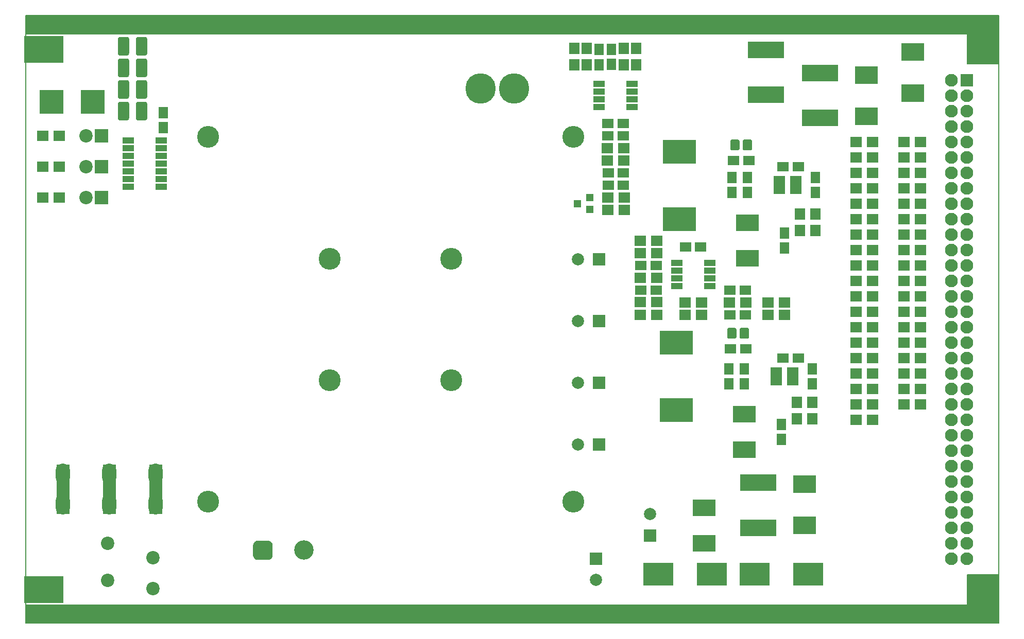
<source format=gts>
G04 #@! TF.GenerationSoftware,KiCad,Pcbnew,(5.1.5)-3*
G04 #@! TF.CreationDate,2020-04-19T00:38:59+08:00*
G04 #@! TF.ProjectId,HEMAC_POWER,48454d41-435f-4504-9f57-45522e6b6963,rev?*
G04 #@! TF.SameCoordinates,Original*
G04 #@! TF.FileFunction,Soldermask,Top*
G04 #@! TF.FilePolarity,Negative*
%FSLAX46Y46*%
G04 Gerber Fmt 4.6, Leading zero omitted, Abs format (unit mm)*
G04 Created by KiCad (PCBNEW (5.1.5)-3) date 2020-04-19 00:38:59*
%MOMM*%
%LPD*%
G04 APERTURE LIST*
%ADD10C,0.150000*%
%ADD11C,0.200000*%
%ADD12C,0.100000*%
%ADD13R,3.800000X2.800000*%
%ADD14R,2.000000X2.000000*%
%ADD15C,2.000000*%
%ADD16C,3.200000*%
%ADD17C,2.100000*%
%ADD18R,2.100000X2.100000*%
%ADD19R,1.650000X1.900000*%
%ADD20R,1.900000X1.650000*%
%ADD21R,3.700000X2.900000*%
%ADD22C,2.200000*%
%ADD23R,2.200000X2.200000*%
%ADD24R,4.900000X3.700000*%
%ADD25R,6.000000X2.700000*%
%ADD26C,5.000000*%
%ADD27C,3.600000*%
%ADD28R,1.900000X1.700000*%
%ADD29R,1.700000X1.900000*%
%ADD30R,1.900000X1.000000*%
%ADD31R,1.960000X1.050000*%
%ADD32R,1.950000X1.000000*%
%ADD33R,5.400000X3.900000*%
%ADD34R,3.900000X3.900000*%
%ADD35R,6.400000X4.400000*%
%ADD36R,1.300000X1.200000*%
%ADD37O,2.400000X3.400000*%
G04 APERTURE END LIST*
D10*
G36*
X225000000Y-150000000D02*
G01*
X65000000Y-150000000D01*
X65000000Y-147000000D01*
X225000000Y-147000000D01*
X225000000Y-150000000D01*
G37*
X225000000Y-150000000D02*
X65000000Y-150000000D01*
X65000000Y-147000000D01*
X225000000Y-147000000D01*
X225000000Y-150000000D01*
G36*
X225000000Y-53000000D02*
G01*
X65000000Y-53000000D01*
X65000000Y-50000000D01*
X225000000Y-50000000D01*
X225000000Y-53000000D01*
G37*
X225000000Y-53000000D02*
X65000000Y-53000000D01*
X65000000Y-50000000D01*
X225000000Y-50000000D01*
X225000000Y-53000000D01*
D11*
X225000000Y-148000000D02*
G75*
G02X223000000Y-150000000I-2000000J0D01*
G01*
X67000000Y-150000000D02*
G75*
G02X65000000Y-148000000I0J2000000D01*
G01*
X65000000Y-52000000D02*
G75*
G02X67000000Y-50000000I2000000J0D01*
G01*
X223000000Y-50000000D02*
G75*
G02X225000000Y-52000000I0J-2000000D01*
G01*
X65000000Y-148000000D02*
X65000000Y-52000000D01*
X223000000Y-150000000D02*
X67000000Y-150000000D01*
X225000000Y-52000000D02*
X225000000Y-148000000D01*
X67000000Y-50000000D02*
X223000000Y-50000000D01*
D10*
G36*
X219800000Y-57930000D02*
G01*
X224950000Y-57930000D01*
X224950000Y-53030000D01*
X219800000Y-53030000D01*
X219800000Y-57930000D01*
G37*
X219800000Y-57930000D02*
X224950000Y-57930000D01*
X224950000Y-53030000D01*
X219800000Y-53030000D01*
X219800000Y-57930000D01*
G36*
X219800000Y-146930000D02*
G01*
X224950000Y-146930000D01*
X224950000Y-142030000D01*
X219800000Y-142030000D01*
X219800000Y-146930000D01*
G37*
X219800000Y-146930000D02*
X224950000Y-146930000D01*
X224950000Y-142030000D01*
X219800000Y-142030000D01*
X219800000Y-146930000D01*
D12*
G36*
X79730000Y-123940000D02*
G01*
X79730000Y-131940000D01*
X77730000Y-131940000D01*
X77730000Y-123940000D01*
X79730000Y-123940000D01*
G37*
X79730000Y-123940000D02*
X79730000Y-131940000D01*
X77730000Y-131940000D01*
X77730000Y-123940000D01*
X79730000Y-123940000D01*
G36*
X87350000Y-123940000D02*
G01*
X87350000Y-131940000D01*
X85350000Y-131940000D01*
X85350000Y-123940000D01*
X87350000Y-123940000D01*
G37*
X87350000Y-123940000D02*
X87350000Y-131940000D01*
X85350000Y-131940000D01*
X85350000Y-123940000D01*
X87350000Y-123940000D01*
G36*
X70110000Y-131940000D02*
G01*
X70110000Y-123940000D01*
X72110000Y-123940000D01*
X72110000Y-131940000D01*
X70110000Y-131940000D01*
G37*
X70110000Y-131940000D02*
X70110000Y-123940000D01*
X72110000Y-123940000D01*
X72110000Y-131940000D01*
X70110000Y-131940000D01*
D13*
X176520000Y-130980000D03*
X176520000Y-136830000D03*
D14*
X158740000Y-139370000D03*
D15*
X158740000Y-142870000D03*
D16*
X222240000Y-144450000D03*
X222240000Y-55550000D03*
D17*
X217160000Y-139370000D03*
X219700000Y-139370000D03*
X217160000Y-136830000D03*
X219700000Y-136830000D03*
X217160000Y-134290000D03*
X219700000Y-134290000D03*
X217160000Y-131750000D03*
X219700000Y-131750000D03*
X217160000Y-129210000D03*
X219700000Y-129210000D03*
X217160000Y-126670000D03*
X219700000Y-126670000D03*
X217160000Y-124130000D03*
X219700000Y-124130000D03*
X217160000Y-121590000D03*
X219700000Y-121590000D03*
X217160000Y-119050000D03*
X219700000Y-119050000D03*
X217160000Y-116510000D03*
X219700000Y-116510000D03*
X217160000Y-113970000D03*
X219700000Y-113970000D03*
X217160000Y-111430000D03*
X219700000Y-111430000D03*
X217160000Y-108890000D03*
X219700000Y-108890000D03*
X217160000Y-106350000D03*
X219700000Y-106350000D03*
X217160000Y-103810000D03*
X219700000Y-103810000D03*
X217160000Y-101270000D03*
X219700000Y-101270000D03*
X217160000Y-98730000D03*
X219700000Y-98730000D03*
X217160000Y-96190000D03*
X219700000Y-96190000D03*
X217160000Y-93650000D03*
X219700000Y-93650000D03*
X217160000Y-91110000D03*
X219700000Y-91110000D03*
X217160000Y-88570000D03*
X219700000Y-88570000D03*
X217160000Y-86030000D03*
X219700000Y-86030000D03*
X217160000Y-83490000D03*
X219700000Y-83490000D03*
X217160000Y-80950000D03*
X219700000Y-80950000D03*
X217160000Y-78410000D03*
X219700000Y-78410000D03*
X217160000Y-75870000D03*
X219700000Y-75870000D03*
X217160000Y-73330000D03*
X219700000Y-73330000D03*
X217160000Y-70790000D03*
X219700000Y-70790000D03*
X217160000Y-68250000D03*
X219700000Y-68250000D03*
X217160000Y-65710000D03*
X219700000Y-65710000D03*
X217160000Y-63170000D03*
X219700000Y-63170000D03*
X217160000Y-60630000D03*
D18*
X219700000Y-60630000D03*
D19*
X87620000Y-65984000D03*
X87620000Y-68484000D03*
D20*
X183358000Y-104826000D03*
X180858000Y-104826000D03*
X183866000Y-73838000D03*
X181366000Y-73838000D03*
D19*
X194300000Y-110648000D03*
X194300000Y-108148000D03*
X194808000Y-76652000D03*
X194808000Y-79152000D03*
D20*
X192014000Y-106350000D03*
X189514000Y-106350000D03*
X189494000Y-74854000D03*
X191994000Y-74854000D03*
D19*
X180584000Y-108148000D03*
X180584000Y-110648000D03*
X183632000Y-76652000D03*
X183632000Y-79152000D03*
X183124000Y-110648000D03*
X183124000Y-108148000D03*
X181092000Y-79152000D03*
X181092000Y-76652000D03*
X189220000Y-119792000D03*
X189220000Y-117292000D03*
X189728000Y-85796000D03*
X189728000Y-88296000D03*
D20*
X163212000Y-69774000D03*
X160712000Y-69774000D03*
X160712000Y-67742000D03*
X163212000Y-67742000D03*
X168626000Y-91120000D03*
X166126000Y-91120000D03*
X183292000Y-95174000D03*
X180792000Y-95174000D03*
D19*
X159248000Y-58090000D03*
X159248000Y-55590000D03*
D20*
X173472000Y-88062000D03*
X175972000Y-88062000D03*
X168626000Y-95164000D03*
X166126000Y-95164000D03*
X183292000Y-99238000D03*
X180792000Y-99238000D03*
D19*
X161280000Y-55550000D03*
X161280000Y-58050000D03*
D20*
X163272000Y-75870000D03*
X160772000Y-75870000D03*
X163272000Y-77902000D03*
X160772000Y-77902000D03*
D21*
X193030000Y-127080000D03*
X193030000Y-133880000D03*
X210810000Y-62760000D03*
X210810000Y-55960000D03*
X203190000Y-59770000D03*
X203190000Y-66570000D03*
D22*
X74920000Y-69774000D03*
D23*
X77460000Y-69774000D03*
D22*
X74920000Y-74854000D03*
D23*
X77460000Y-74854000D03*
X77460000Y-79934000D03*
D22*
X74920000Y-79934000D03*
D24*
X184820000Y-141910000D03*
X193620000Y-141910000D03*
X168990000Y-141910000D03*
X177790000Y-141910000D03*
D25*
X186680000Y-63060000D03*
X186680000Y-55660000D03*
X195570000Y-59470000D03*
X195570000Y-66870000D03*
X185410000Y-134290000D03*
X185410000Y-126890000D03*
D12*
G36*
X104878414Y-136403852D02*
G01*
X104956072Y-136415372D01*
X105032228Y-136434448D01*
X105106147Y-136460896D01*
X105177117Y-136494463D01*
X105244456Y-136534824D01*
X105307515Y-136581592D01*
X105365685Y-136634315D01*
X105418408Y-136692485D01*
X105465176Y-136755544D01*
X105505537Y-136822883D01*
X105539104Y-136893853D01*
X105565552Y-136967772D01*
X105584628Y-137043928D01*
X105596148Y-137121586D01*
X105600000Y-137200000D01*
X105600000Y-138800000D01*
X105596148Y-138878414D01*
X105584628Y-138956072D01*
X105565552Y-139032228D01*
X105539104Y-139106147D01*
X105505537Y-139177117D01*
X105465176Y-139244456D01*
X105418408Y-139307515D01*
X105365685Y-139365685D01*
X105307515Y-139418408D01*
X105244456Y-139465176D01*
X105177117Y-139505537D01*
X105106147Y-139539104D01*
X105032228Y-139565552D01*
X104956072Y-139584628D01*
X104878414Y-139596148D01*
X104800000Y-139600000D01*
X103200000Y-139600000D01*
X103121586Y-139596148D01*
X103043928Y-139584628D01*
X102967772Y-139565552D01*
X102893853Y-139539104D01*
X102822883Y-139505537D01*
X102755544Y-139465176D01*
X102692485Y-139418408D01*
X102634315Y-139365685D01*
X102581592Y-139307515D01*
X102534824Y-139244456D01*
X102494463Y-139177117D01*
X102460896Y-139106147D01*
X102434448Y-139032228D01*
X102415372Y-138956072D01*
X102403852Y-138878414D01*
X102400000Y-138800000D01*
X102400000Y-137200000D01*
X102403852Y-137121586D01*
X102415372Y-137043928D01*
X102434448Y-136967772D01*
X102460896Y-136893853D01*
X102494463Y-136822883D01*
X102534824Y-136755544D01*
X102581592Y-136692485D01*
X102634315Y-136634315D01*
X102692485Y-136581592D01*
X102755544Y-136534824D01*
X102822883Y-136494463D01*
X102893853Y-136460896D01*
X102967772Y-136434448D01*
X103043928Y-136415372D01*
X103121586Y-136403852D01*
X103200000Y-136400000D01*
X104800000Y-136400000D01*
X104878414Y-136403852D01*
G37*
D16*
X110750000Y-138000000D03*
D26*
X139750000Y-62000000D03*
X145250000Y-62000000D03*
D27*
X95000000Y-130000000D03*
X95000000Y-70000000D03*
X155000000Y-130000000D03*
X155000000Y-70000000D03*
X115000000Y-110000000D03*
X135000000Y-110000000D03*
X135000000Y-90000000D03*
X115000000Y-90000000D03*
D28*
X204216000Y-70790000D03*
X201516000Y-70790000D03*
X209380000Y-70790000D03*
X212080000Y-70790000D03*
X201516000Y-73330000D03*
X204216000Y-73330000D03*
X209380000Y-73330000D03*
X212080000Y-73330000D03*
X204216000Y-75870000D03*
X201516000Y-75870000D03*
X212080000Y-75870000D03*
X209380000Y-75870000D03*
X204216000Y-78410000D03*
X201516000Y-78410000D03*
X212080000Y-78410000D03*
X209380000Y-78410000D03*
X204216000Y-80950000D03*
X201516000Y-80950000D03*
X209380000Y-80950000D03*
X212080000Y-80950000D03*
X201516000Y-83490000D03*
X204216000Y-83490000D03*
X212080000Y-83490000D03*
X209380000Y-83490000D03*
X201516000Y-86030000D03*
X204216000Y-86030000D03*
X209380000Y-86030000D03*
X212080000Y-86030000D03*
X201516000Y-88570000D03*
X204216000Y-88570000D03*
X212080000Y-88570000D03*
X209380000Y-88570000D03*
X201516000Y-91110000D03*
X204216000Y-91110000D03*
X212080000Y-91110000D03*
X209380000Y-91110000D03*
X204216000Y-93650000D03*
X201516000Y-93650000D03*
X212080000Y-93650000D03*
X209380000Y-93650000D03*
X204216000Y-96190000D03*
X201516000Y-96190000D03*
X209380000Y-96190000D03*
X212080000Y-96190000D03*
X204216000Y-98730000D03*
X201516000Y-98730000D03*
X209380000Y-98730000D03*
X212080000Y-98730000D03*
X204216000Y-101270000D03*
X201516000Y-101270000D03*
X212080000Y-101270000D03*
X209380000Y-101270000D03*
X201516000Y-103810000D03*
X204216000Y-103810000D03*
X209380000Y-103810000D03*
X212080000Y-103810000D03*
X204216000Y-106350000D03*
X201516000Y-106350000D03*
X209380000Y-106350000D03*
X212080000Y-106350000D03*
X204216000Y-108890000D03*
X201516000Y-108890000D03*
X212080000Y-108890000D03*
X209380000Y-108890000D03*
X201516000Y-111430000D03*
X204216000Y-111430000D03*
X212080000Y-111430000D03*
X209380000Y-111430000D03*
X201516000Y-113970000D03*
X204216000Y-113970000D03*
X212080000Y-113970000D03*
X209380000Y-113970000D03*
X201516000Y-116510000D03*
X204216000Y-116510000D03*
D29*
X194300000Y-116336000D03*
X194300000Y-113636000D03*
X191760000Y-116336000D03*
X191760000Y-113636000D03*
X194808000Y-85348000D03*
X194808000Y-82648000D03*
X192268000Y-85348000D03*
X192268000Y-82648000D03*
D28*
X160612000Y-73838000D03*
X163312000Y-73838000D03*
X70508000Y-69774000D03*
X67808000Y-69774000D03*
X67808000Y-74854000D03*
X70508000Y-74854000D03*
X70508000Y-79934000D03*
X67808000Y-79934000D03*
X163312000Y-71806000D03*
X160612000Y-71806000D03*
X166026000Y-87046000D03*
X168726000Y-87046000D03*
X166026000Y-89098000D03*
X168726000Y-89098000D03*
X187056000Y-97206000D03*
X189756000Y-97206000D03*
X189756000Y-99238000D03*
X187056000Y-99238000D03*
D29*
X155184000Y-58150000D03*
X155184000Y-55450000D03*
X157216000Y-58150000D03*
X157216000Y-55450000D03*
D28*
X166026000Y-93142000D03*
X168726000Y-93142000D03*
X180692000Y-97206000D03*
X183392000Y-97206000D03*
D29*
X165344000Y-58150000D03*
X165344000Y-55450000D03*
X163312000Y-58150000D03*
X163312000Y-55450000D03*
D28*
X166026000Y-97186000D03*
X168726000Y-97186000D03*
X166026000Y-99238000D03*
X168726000Y-99238000D03*
X173372000Y-99238000D03*
X176072000Y-99238000D03*
X173372000Y-97206000D03*
X176072000Y-97206000D03*
X160672000Y-79934000D03*
X163372000Y-79934000D03*
X160672000Y-81966000D03*
X163372000Y-81966000D03*
D22*
X85976000Y-144326000D03*
X78476000Y-142926000D03*
D30*
X87272000Y-70536000D03*
X87272000Y-71806000D03*
X87272000Y-73076000D03*
X87272000Y-74346000D03*
X87272000Y-75616000D03*
X87272000Y-76886000D03*
X87272000Y-78156000D03*
X81872000Y-78156000D03*
X81872000Y-76886000D03*
X81872000Y-75616000D03*
X81872000Y-74346000D03*
X81872000Y-73076000D03*
X81872000Y-71806000D03*
X81872000Y-70536000D03*
D31*
X188378000Y-108448000D03*
X188378000Y-109398000D03*
X188378000Y-110348000D03*
X191078000Y-110348000D03*
X191078000Y-108448000D03*
X191078000Y-109398000D03*
X191586000Y-77902000D03*
X191586000Y-76952000D03*
X191586000Y-78852000D03*
X188886000Y-78852000D03*
X188886000Y-77902000D03*
X188886000Y-76952000D03*
D32*
X172022000Y-90729000D03*
X172022000Y-91999000D03*
X172022000Y-93269000D03*
X172022000Y-94539000D03*
X177422000Y-94539000D03*
X177422000Y-93269000D03*
X177422000Y-91999000D03*
X177422000Y-90729000D03*
X159262000Y-65075000D03*
X159262000Y-63805000D03*
X159262000Y-62535000D03*
X159262000Y-61265000D03*
X164662000Y-61265000D03*
X164662000Y-62535000D03*
X164662000Y-63805000D03*
X164662000Y-65075000D03*
D33*
X171948000Y-114948000D03*
X171948000Y-103848000D03*
X172456000Y-72390000D03*
X172456000Y-83490000D03*
D13*
X183124000Y-121467000D03*
X183124000Y-115617000D03*
X183632000Y-84121000D03*
X183632000Y-89971000D03*
D34*
X69244000Y-64186000D03*
X76044000Y-64186000D03*
D35*
X68000000Y-144450000D03*
X68000000Y-55550000D03*
D36*
X155724000Y-80950000D03*
X157724000Y-80000000D03*
X157724000Y-81900000D03*
D12*
G36*
X81712707Y-57074542D02*
G01*
X81743787Y-57079152D01*
X81774266Y-57086787D01*
X81803850Y-57097372D01*
X81832254Y-57110806D01*
X81859204Y-57126959D01*
X81884442Y-57145677D01*
X81907723Y-57166777D01*
X81928823Y-57190058D01*
X81947541Y-57215296D01*
X81963694Y-57242246D01*
X81977128Y-57270650D01*
X81987713Y-57300234D01*
X81995348Y-57330713D01*
X81999958Y-57361793D01*
X82001500Y-57393176D01*
X82001500Y-59802824D01*
X81999958Y-59834207D01*
X81995348Y-59865287D01*
X81987713Y-59895766D01*
X81977128Y-59925350D01*
X81963694Y-59953754D01*
X81947541Y-59980704D01*
X81928823Y-60005942D01*
X81907723Y-60029223D01*
X81884442Y-60050323D01*
X81859204Y-60069041D01*
X81832254Y-60085194D01*
X81803850Y-60098628D01*
X81774266Y-60109213D01*
X81743787Y-60116848D01*
X81712707Y-60121458D01*
X81681324Y-60123000D01*
X80496676Y-60123000D01*
X80465293Y-60121458D01*
X80434213Y-60116848D01*
X80403734Y-60109213D01*
X80374150Y-60098628D01*
X80345746Y-60085194D01*
X80318796Y-60069041D01*
X80293558Y-60050323D01*
X80270277Y-60029223D01*
X80249177Y-60005942D01*
X80230459Y-59980704D01*
X80214306Y-59953754D01*
X80200872Y-59925350D01*
X80190287Y-59895766D01*
X80182652Y-59865287D01*
X80178042Y-59834207D01*
X80176500Y-59802824D01*
X80176500Y-57393176D01*
X80178042Y-57361793D01*
X80182652Y-57330713D01*
X80190287Y-57300234D01*
X80200872Y-57270650D01*
X80214306Y-57242246D01*
X80230459Y-57215296D01*
X80249177Y-57190058D01*
X80270277Y-57166777D01*
X80293558Y-57145677D01*
X80318796Y-57126959D01*
X80345746Y-57110806D01*
X80374150Y-57097372D01*
X80403734Y-57086787D01*
X80434213Y-57079152D01*
X80465293Y-57074542D01*
X80496676Y-57073000D01*
X81681324Y-57073000D01*
X81712707Y-57074542D01*
G37*
G36*
X84687707Y-57074542D02*
G01*
X84718787Y-57079152D01*
X84749266Y-57086787D01*
X84778850Y-57097372D01*
X84807254Y-57110806D01*
X84834204Y-57126959D01*
X84859442Y-57145677D01*
X84882723Y-57166777D01*
X84903823Y-57190058D01*
X84922541Y-57215296D01*
X84938694Y-57242246D01*
X84952128Y-57270650D01*
X84962713Y-57300234D01*
X84970348Y-57330713D01*
X84974958Y-57361793D01*
X84976500Y-57393176D01*
X84976500Y-59802824D01*
X84974958Y-59834207D01*
X84970348Y-59865287D01*
X84962713Y-59895766D01*
X84952128Y-59925350D01*
X84938694Y-59953754D01*
X84922541Y-59980704D01*
X84903823Y-60005942D01*
X84882723Y-60029223D01*
X84859442Y-60050323D01*
X84834204Y-60069041D01*
X84807254Y-60085194D01*
X84778850Y-60098628D01*
X84749266Y-60109213D01*
X84718787Y-60116848D01*
X84687707Y-60121458D01*
X84656324Y-60123000D01*
X83471676Y-60123000D01*
X83440293Y-60121458D01*
X83409213Y-60116848D01*
X83378734Y-60109213D01*
X83349150Y-60098628D01*
X83320746Y-60085194D01*
X83293796Y-60069041D01*
X83268558Y-60050323D01*
X83245277Y-60029223D01*
X83224177Y-60005942D01*
X83205459Y-59980704D01*
X83189306Y-59953754D01*
X83175872Y-59925350D01*
X83165287Y-59895766D01*
X83157652Y-59865287D01*
X83153042Y-59834207D01*
X83151500Y-59802824D01*
X83151500Y-57393176D01*
X83153042Y-57361793D01*
X83157652Y-57330713D01*
X83165287Y-57300234D01*
X83175872Y-57270650D01*
X83189306Y-57242246D01*
X83205459Y-57215296D01*
X83224177Y-57190058D01*
X83245277Y-57166777D01*
X83268558Y-57145677D01*
X83293796Y-57126959D01*
X83320746Y-57110806D01*
X83349150Y-57097372D01*
X83378734Y-57086787D01*
X83409213Y-57079152D01*
X83440293Y-57074542D01*
X83471676Y-57073000D01*
X84656324Y-57073000D01*
X84687707Y-57074542D01*
G37*
G36*
X81712707Y-60630542D02*
G01*
X81743787Y-60635152D01*
X81774266Y-60642787D01*
X81803850Y-60653372D01*
X81832254Y-60666806D01*
X81859204Y-60682959D01*
X81884442Y-60701677D01*
X81907723Y-60722777D01*
X81928823Y-60746058D01*
X81947541Y-60771296D01*
X81963694Y-60798246D01*
X81977128Y-60826650D01*
X81987713Y-60856234D01*
X81995348Y-60886713D01*
X81999958Y-60917793D01*
X82001500Y-60949176D01*
X82001500Y-63358824D01*
X81999958Y-63390207D01*
X81995348Y-63421287D01*
X81987713Y-63451766D01*
X81977128Y-63481350D01*
X81963694Y-63509754D01*
X81947541Y-63536704D01*
X81928823Y-63561942D01*
X81907723Y-63585223D01*
X81884442Y-63606323D01*
X81859204Y-63625041D01*
X81832254Y-63641194D01*
X81803850Y-63654628D01*
X81774266Y-63665213D01*
X81743787Y-63672848D01*
X81712707Y-63677458D01*
X81681324Y-63679000D01*
X80496676Y-63679000D01*
X80465293Y-63677458D01*
X80434213Y-63672848D01*
X80403734Y-63665213D01*
X80374150Y-63654628D01*
X80345746Y-63641194D01*
X80318796Y-63625041D01*
X80293558Y-63606323D01*
X80270277Y-63585223D01*
X80249177Y-63561942D01*
X80230459Y-63536704D01*
X80214306Y-63509754D01*
X80200872Y-63481350D01*
X80190287Y-63451766D01*
X80182652Y-63421287D01*
X80178042Y-63390207D01*
X80176500Y-63358824D01*
X80176500Y-60949176D01*
X80178042Y-60917793D01*
X80182652Y-60886713D01*
X80190287Y-60856234D01*
X80200872Y-60826650D01*
X80214306Y-60798246D01*
X80230459Y-60771296D01*
X80249177Y-60746058D01*
X80270277Y-60722777D01*
X80293558Y-60701677D01*
X80318796Y-60682959D01*
X80345746Y-60666806D01*
X80374150Y-60653372D01*
X80403734Y-60642787D01*
X80434213Y-60635152D01*
X80465293Y-60630542D01*
X80496676Y-60629000D01*
X81681324Y-60629000D01*
X81712707Y-60630542D01*
G37*
G36*
X84687707Y-60630542D02*
G01*
X84718787Y-60635152D01*
X84749266Y-60642787D01*
X84778850Y-60653372D01*
X84807254Y-60666806D01*
X84834204Y-60682959D01*
X84859442Y-60701677D01*
X84882723Y-60722777D01*
X84903823Y-60746058D01*
X84922541Y-60771296D01*
X84938694Y-60798246D01*
X84952128Y-60826650D01*
X84962713Y-60856234D01*
X84970348Y-60886713D01*
X84974958Y-60917793D01*
X84976500Y-60949176D01*
X84976500Y-63358824D01*
X84974958Y-63390207D01*
X84970348Y-63421287D01*
X84962713Y-63451766D01*
X84952128Y-63481350D01*
X84938694Y-63509754D01*
X84922541Y-63536704D01*
X84903823Y-63561942D01*
X84882723Y-63585223D01*
X84859442Y-63606323D01*
X84834204Y-63625041D01*
X84807254Y-63641194D01*
X84778850Y-63654628D01*
X84749266Y-63665213D01*
X84718787Y-63672848D01*
X84687707Y-63677458D01*
X84656324Y-63679000D01*
X83471676Y-63679000D01*
X83440293Y-63677458D01*
X83409213Y-63672848D01*
X83378734Y-63665213D01*
X83349150Y-63654628D01*
X83320746Y-63641194D01*
X83293796Y-63625041D01*
X83268558Y-63606323D01*
X83245277Y-63585223D01*
X83224177Y-63561942D01*
X83205459Y-63536704D01*
X83189306Y-63509754D01*
X83175872Y-63481350D01*
X83165287Y-63451766D01*
X83157652Y-63421287D01*
X83153042Y-63390207D01*
X83151500Y-63358824D01*
X83151500Y-60949176D01*
X83153042Y-60917793D01*
X83157652Y-60886713D01*
X83165287Y-60856234D01*
X83175872Y-60826650D01*
X83189306Y-60798246D01*
X83205459Y-60771296D01*
X83224177Y-60746058D01*
X83245277Y-60722777D01*
X83268558Y-60701677D01*
X83293796Y-60682959D01*
X83320746Y-60666806D01*
X83349150Y-60653372D01*
X83378734Y-60642787D01*
X83409213Y-60635152D01*
X83440293Y-60630542D01*
X83471676Y-60629000D01*
X84656324Y-60629000D01*
X84687707Y-60630542D01*
G37*
G36*
X84687707Y-64186542D02*
G01*
X84718787Y-64191152D01*
X84749266Y-64198787D01*
X84778850Y-64209372D01*
X84807254Y-64222806D01*
X84834204Y-64238959D01*
X84859442Y-64257677D01*
X84882723Y-64278777D01*
X84903823Y-64302058D01*
X84922541Y-64327296D01*
X84938694Y-64354246D01*
X84952128Y-64382650D01*
X84962713Y-64412234D01*
X84970348Y-64442713D01*
X84974958Y-64473793D01*
X84976500Y-64505176D01*
X84976500Y-66914824D01*
X84974958Y-66946207D01*
X84970348Y-66977287D01*
X84962713Y-67007766D01*
X84952128Y-67037350D01*
X84938694Y-67065754D01*
X84922541Y-67092704D01*
X84903823Y-67117942D01*
X84882723Y-67141223D01*
X84859442Y-67162323D01*
X84834204Y-67181041D01*
X84807254Y-67197194D01*
X84778850Y-67210628D01*
X84749266Y-67221213D01*
X84718787Y-67228848D01*
X84687707Y-67233458D01*
X84656324Y-67235000D01*
X83471676Y-67235000D01*
X83440293Y-67233458D01*
X83409213Y-67228848D01*
X83378734Y-67221213D01*
X83349150Y-67210628D01*
X83320746Y-67197194D01*
X83293796Y-67181041D01*
X83268558Y-67162323D01*
X83245277Y-67141223D01*
X83224177Y-67117942D01*
X83205459Y-67092704D01*
X83189306Y-67065754D01*
X83175872Y-67037350D01*
X83165287Y-67007766D01*
X83157652Y-66977287D01*
X83153042Y-66946207D01*
X83151500Y-66914824D01*
X83151500Y-64505176D01*
X83153042Y-64473793D01*
X83157652Y-64442713D01*
X83165287Y-64412234D01*
X83175872Y-64382650D01*
X83189306Y-64354246D01*
X83205459Y-64327296D01*
X83224177Y-64302058D01*
X83245277Y-64278777D01*
X83268558Y-64257677D01*
X83293796Y-64238959D01*
X83320746Y-64222806D01*
X83349150Y-64209372D01*
X83378734Y-64198787D01*
X83409213Y-64191152D01*
X83440293Y-64186542D01*
X83471676Y-64185000D01*
X84656324Y-64185000D01*
X84687707Y-64186542D01*
G37*
G36*
X81712707Y-64186542D02*
G01*
X81743787Y-64191152D01*
X81774266Y-64198787D01*
X81803850Y-64209372D01*
X81832254Y-64222806D01*
X81859204Y-64238959D01*
X81884442Y-64257677D01*
X81907723Y-64278777D01*
X81928823Y-64302058D01*
X81947541Y-64327296D01*
X81963694Y-64354246D01*
X81977128Y-64382650D01*
X81987713Y-64412234D01*
X81995348Y-64442713D01*
X81999958Y-64473793D01*
X82001500Y-64505176D01*
X82001500Y-66914824D01*
X81999958Y-66946207D01*
X81995348Y-66977287D01*
X81987713Y-67007766D01*
X81977128Y-67037350D01*
X81963694Y-67065754D01*
X81947541Y-67092704D01*
X81928823Y-67117942D01*
X81907723Y-67141223D01*
X81884442Y-67162323D01*
X81859204Y-67181041D01*
X81832254Y-67197194D01*
X81803850Y-67210628D01*
X81774266Y-67221213D01*
X81743787Y-67228848D01*
X81712707Y-67233458D01*
X81681324Y-67235000D01*
X80496676Y-67235000D01*
X80465293Y-67233458D01*
X80434213Y-67228848D01*
X80403734Y-67221213D01*
X80374150Y-67210628D01*
X80345746Y-67197194D01*
X80318796Y-67181041D01*
X80293558Y-67162323D01*
X80270277Y-67141223D01*
X80249177Y-67117942D01*
X80230459Y-67092704D01*
X80214306Y-67065754D01*
X80200872Y-67037350D01*
X80190287Y-67007766D01*
X80182652Y-66977287D01*
X80178042Y-66946207D01*
X80176500Y-66914824D01*
X80176500Y-64505176D01*
X80178042Y-64473793D01*
X80182652Y-64442713D01*
X80190287Y-64412234D01*
X80200872Y-64382650D01*
X80214306Y-64354246D01*
X80230459Y-64327296D01*
X80249177Y-64302058D01*
X80270277Y-64278777D01*
X80293558Y-64257677D01*
X80318796Y-64238959D01*
X80345746Y-64222806D01*
X80374150Y-64209372D01*
X80403734Y-64198787D01*
X80434213Y-64191152D01*
X80465293Y-64186542D01*
X80496676Y-64185000D01*
X81681324Y-64185000D01*
X81712707Y-64186542D01*
G37*
D37*
X78730000Y-130440000D03*
X78730000Y-125440000D03*
X86350000Y-125440000D03*
X86350000Y-130440000D03*
X71110000Y-125440000D03*
X71110000Y-130440000D03*
D12*
G36*
X81712707Y-53518542D02*
G01*
X81743787Y-53523152D01*
X81774266Y-53530787D01*
X81803850Y-53541372D01*
X81832254Y-53554806D01*
X81859204Y-53570959D01*
X81884442Y-53589677D01*
X81907723Y-53610777D01*
X81928823Y-53634058D01*
X81947541Y-53659296D01*
X81963694Y-53686246D01*
X81977128Y-53714650D01*
X81987713Y-53744234D01*
X81995348Y-53774713D01*
X81999958Y-53805793D01*
X82001500Y-53837176D01*
X82001500Y-56246824D01*
X81999958Y-56278207D01*
X81995348Y-56309287D01*
X81987713Y-56339766D01*
X81977128Y-56369350D01*
X81963694Y-56397754D01*
X81947541Y-56424704D01*
X81928823Y-56449942D01*
X81907723Y-56473223D01*
X81884442Y-56494323D01*
X81859204Y-56513041D01*
X81832254Y-56529194D01*
X81803850Y-56542628D01*
X81774266Y-56553213D01*
X81743787Y-56560848D01*
X81712707Y-56565458D01*
X81681324Y-56567000D01*
X80496676Y-56567000D01*
X80465293Y-56565458D01*
X80434213Y-56560848D01*
X80403734Y-56553213D01*
X80374150Y-56542628D01*
X80345746Y-56529194D01*
X80318796Y-56513041D01*
X80293558Y-56494323D01*
X80270277Y-56473223D01*
X80249177Y-56449942D01*
X80230459Y-56424704D01*
X80214306Y-56397754D01*
X80200872Y-56369350D01*
X80190287Y-56339766D01*
X80182652Y-56309287D01*
X80178042Y-56278207D01*
X80176500Y-56246824D01*
X80176500Y-53837176D01*
X80178042Y-53805793D01*
X80182652Y-53774713D01*
X80190287Y-53744234D01*
X80200872Y-53714650D01*
X80214306Y-53686246D01*
X80230459Y-53659296D01*
X80249177Y-53634058D01*
X80270277Y-53610777D01*
X80293558Y-53589677D01*
X80318796Y-53570959D01*
X80345746Y-53554806D01*
X80374150Y-53541372D01*
X80403734Y-53530787D01*
X80434213Y-53523152D01*
X80465293Y-53518542D01*
X80496676Y-53517000D01*
X81681324Y-53517000D01*
X81712707Y-53518542D01*
G37*
G36*
X84687707Y-53518542D02*
G01*
X84718787Y-53523152D01*
X84749266Y-53530787D01*
X84778850Y-53541372D01*
X84807254Y-53554806D01*
X84834204Y-53570959D01*
X84859442Y-53589677D01*
X84882723Y-53610777D01*
X84903823Y-53634058D01*
X84922541Y-53659296D01*
X84938694Y-53686246D01*
X84952128Y-53714650D01*
X84962713Y-53744234D01*
X84970348Y-53774713D01*
X84974958Y-53805793D01*
X84976500Y-53837176D01*
X84976500Y-56246824D01*
X84974958Y-56278207D01*
X84970348Y-56309287D01*
X84962713Y-56339766D01*
X84952128Y-56369350D01*
X84938694Y-56397754D01*
X84922541Y-56424704D01*
X84903823Y-56449942D01*
X84882723Y-56473223D01*
X84859442Y-56494323D01*
X84834204Y-56513041D01*
X84807254Y-56529194D01*
X84778850Y-56542628D01*
X84749266Y-56553213D01*
X84718787Y-56560848D01*
X84687707Y-56565458D01*
X84656324Y-56567000D01*
X83471676Y-56567000D01*
X83440293Y-56565458D01*
X83409213Y-56560848D01*
X83378734Y-56553213D01*
X83349150Y-56542628D01*
X83320746Y-56529194D01*
X83293796Y-56513041D01*
X83268558Y-56494323D01*
X83245277Y-56473223D01*
X83224177Y-56449942D01*
X83205459Y-56424704D01*
X83189306Y-56397754D01*
X83175872Y-56369350D01*
X83165287Y-56339766D01*
X83157652Y-56309287D01*
X83153042Y-56278207D01*
X83151500Y-56246824D01*
X83151500Y-53837176D01*
X83153042Y-53805793D01*
X83157652Y-53774713D01*
X83165287Y-53744234D01*
X83175872Y-53714650D01*
X83189306Y-53686246D01*
X83205459Y-53659296D01*
X83224177Y-53634058D01*
X83245277Y-53610777D01*
X83268558Y-53589677D01*
X83293796Y-53570959D01*
X83320746Y-53554806D01*
X83349150Y-53541372D01*
X83378734Y-53530787D01*
X83409213Y-53523152D01*
X83440293Y-53518542D01*
X83471676Y-53517000D01*
X84656324Y-53517000D01*
X84687707Y-53518542D01*
G37*
D22*
X78476000Y-136830000D03*
X85976000Y-139230000D03*
D15*
X155748000Y-120574000D03*
D14*
X159248000Y-120574000D03*
X159248000Y-110414000D03*
D15*
X155748000Y-110414000D03*
X155748000Y-100254000D03*
D14*
X159248000Y-100254000D03*
D15*
X167630000Y-132060000D03*
D14*
X167630000Y-135560000D03*
X159248000Y-90094000D03*
D15*
X155748000Y-90094000D03*
D12*
G36*
X184112071Y-70399623D02*
G01*
X184144781Y-70404475D01*
X184176857Y-70412509D01*
X184207991Y-70423649D01*
X184237884Y-70437787D01*
X184266247Y-70454787D01*
X184292807Y-70474485D01*
X184317308Y-70496692D01*
X184339515Y-70521193D01*
X184359213Y-70547753D01*
X184376213Y-70576116D01*
X184390351Y-70606009D01*
X184401491Y-70637143D01*
X184409525Y-70669219D01*
X184414377Y-70701929D01*
X184416000Y-70734956D01*
X184416000Y-71861044D01*
X184414377Y-71894071D01*
X184409525Y-71926781D01*
X184401491Y-71958857D01*
X184390351Y-71989991D01*
X184376213Y-72019884D01*
X184359213Y-72048247D01*
X184339515Y-72074807D01*
X184317308Y-72099308D01*
X184292807Y-72121515D01*
X184266247Y-72141213D01*
X184237884Y-72158213D01*
X184207991Y-72172351D01*
X184176857Y-72183491D01*
X184144781Y-72191525D01*
X184112071Y-72196377D01*
X184079044Y-72198000D01*
X183202956Y-72198000D01*
X183169929Y-72196377D01*
X183137219Y-72191525D01*
X183105143Y-72183491D01*
X183074009Y-72172351D01*
X183044116Y-72158213D01*
X183015753Y-72141213D01*
X182989193Y-72121515D01*
X182964692Y-72099308D01*
X182942485Y-72074807D01*
X182922787Y-72048247D01*
X182905787Y-72019884D01*
X182891649Y-71989991D01*
X182880509Y-71958857D01*
X182872475Y-71926781D01*
X182867623Y-71894071D01*
X182866000Y-71861044D01*
X182866000Y-70734956D01*
X182867623Y-70701929D01*
X182872475Y-70669219D01*
X182880509Y-70637143D01*
X182891649Y-70606009D01*
X182905787Y-70576116D01*
X182922787Y-70547753D01*
X182942485Y-70521193D01*
X182964692Y-70496692D01*
X182989193Y-70474485D01*
X183015753Y-70454787D01*
X183044116Y-70437787D01*
X183074009Y-70423649D01*
X183105143Y-70412509D01*
X183137219Y-70404475D01*
X183169929Y-70399623D01*
X183202956Y-70398000D01*
X184079044Y-70398000D01*
X184112071Y-70399623D01*
G37*
G36*
X182062071Y-70399623D02*
G01*
X182094781Y-70404475D01*
X182126857Y-70412509D01*
X182157991Y-70423649D01*
X182187884Y-70437787D01*
X182216247Y-70454787D01*
X182242807Y-70474485D01*
X182267308Y-70496692D01*
X182289515Y-70521193D01*
X182309213Y-70547753D01*
X182326213Y-70576116D01*
X182340351Y-70606009D01*
X182351491Y-70637143D01*
X182359525Y-70669219D01*
X182364377Y-70701929D01*
X182366000Y-70734956D01*
X182366000Y-71861044D01*
X182364377Y-71894071D01*
X182359525Y-71926781D01*
X182351491Y-71958857D01*
X182340351Y-71989991D01*
X182326213Y-72019884D01*
X182309213Y-72048247D01*
X182289515Y-72074807D01*
X182267308Y-72099308D01*
X182242807Y-72121515D01*
X182216247Y-72141213D01*
X182187884Y-72158213D01*
X182157991Y-72172351D01*
X182126857Y-72183491D01*
X182094781Y-72191525D01*
X182062071Y-72196377D01*
X182029044Y-72198000D01*
X181152956Y-72198000D01*
X181119929Y-72196377D01*
X181087219Y-72191525D01*
X181055143Y-72183491D01*
X181024009Y-72172351D01*
X180994116Y-72158213D01*
X180965753Y-72141213D01*
X180939193Y-72121515D01*
X180914692Y-72099308D01*
X180892485Y-72074807D01*
X180872787Y-72048247D01*
X180855787Y-72019884D01*
X180841649Y-71989991D01*
X180830509Y-71958857D01*
X180822475Y-71926781D01*
X180817623Y-71894071D01*
X180816000Y-71861044D01*
X180816000Y-70734956D01*
X180817623Y-70701929D01*
X180822475Y-70669219D01*
X180830509Y-70637143D01*
X180841649Y-70606009D01*
X180855787Y-70576116D01*
X180872787Y-70547753D01*
X180892485Y-70521193D01*
X180914692Y-70496692D01*
X180939193Y-70474485D01*
X180965753Y-70454787D01*
X180994116Y-70437787D01*
X181024009Y-70423649D01*
X181055143Y-70412509D01*
X181087219Y-70404475D01*
X181119929Y-70399623D01*
X181152956Y-70398000D01*
X182029044Y-70398000D01*
X182062071Y-70399623D01*
G37*
G36*
X181554071Y-101387623D02*
G01*
X181586781Y-101392475D01*
X181618857Y-101400509D01*
X181649991Y-101411649D01*
X181679884Y-101425787D01*
X181708247Y-101442787D01*
X181734807Y-101462485D01*
X181759308Y-101484692D01*
X181781515Y-101509193D01*
X181801213Y-101535753D01*
X181818213Y-101564116D01*
X181832351Y-101594009D01*
X181843491Y-101625143D01*
X181851525Y-101657219D01*
X181856377Y-101689929D01*
X181858000Y-101722956D01*
X181858000Y-102849044D01*
X181856377Y-102882071D01*
X181851525Y-102914781D01*
X181843491Y-102946857D01*
X181832351Y-102977991D01*
X181818213Y-103007884D01*
X181801213Y-103036247D01*
X181781515Y-103062807D01*
X181759308Y-103087308D01*
X181734807Y-103109515D01*
X181708247Y-103129213D01*
X181679884Y-103146213D01*
X181649991Y-103160351D01*
X181618857Y-103171491D01*
X181586781Y-103179525D01*
X181554071Y-103184377D01*
X181521044Y-103186000D01*
X180644956Y-103186000D01*
X180611929Y-103184377D01*
X180579219Y-103179525D01*
X180547143Y-103171491D01*
X180516009Y-103160351D01*
X180486116Y-103146213D01*
X180457753Y-103129213D01*
X180431193Y-103109515D01*
X180406692Y-103087308D01*
X180384485Y-103062807D01*
X180364787Y-103036247D01*
X180347787Y-103007884D01*
X180333649Y-102977991D01*
X180322509Y-102946857D01*
X180314475Y-102914781D01*
X180309623Y-102882071D01*
X180308000Y-102849044D01*
X180308000Y-101722956D01*
X180309623Y-101689929D01*
X180314475Y-101657219D01*
X180322509Y-101625143D01*
X180333649Y-101594009D01*
X180347787Y-101564116D01*
X180364787Y-101535753D01*
X180384485Y-101509193D01*
X180406692Y-101484692D01*
X180431193Y-101462485D01*
X180457753Y-101442787D01*
X180486116Y-101425787D01*
X180516009Y-101411649D01*
X180547143Y-101400509D01*
X180579219Y-101392475D01*
X180611929Y-101387623D01*
X180644956Y-101386000D01*
X181521044Y-101386000D01*
X181554071Y-101387623D01*
G37*
G36*
X183604071Y-101387623D02*
G01*
X183636781Y-101392475D01*
X183668857Y-101400509D01*
X183699991Y-101411649D01*
X183729884Y-101425787D01*
X183758247Y-101442787D01*
X183784807Y-101462485D01*
X183809308Y-101484692D01*
X183831515Y-101509193D01*
X183851213Y-101535753D01*
X183868213Y-101564116D01*
X183882351Y-101594009D01*
X183893491Y-101625143D01*
X183901525Y-101657219D01*
X183906377Y-101689929D01*
X183908000Y-101722956D01*
X183908000Y-102849044D01*
X183906377Y-102882071D01*
X183901525Y-102914781D01*
X183893491Y-102946857D01*
X183882351Y-102977991D01*
X183868213Y-103007884D01*
X183851213Y-103036247D01*
X183831515Y-103062807D01*
X183809308Y-103087308D01*
X183784807Y-103109515D01*
X183758247Y-103129213D01*
X183729884Y-103146213D01*
X183699991Y-103160351D01*
X183668857Y-103171491D01*
X183636781Y-103179525D01*
X183604071Y-103184377D01*
X183571044Y-103186000D01*
X182694956Y-103186000D01*
X182661929Y-103184377D01*
X182629219Y-103179525D01*
X182597143Y-103171491D01*
X182566009Y-103160351D01*
X182536116Y-103146213D01*
X182507753Y-103129213D01*
X182481193Y-103109515D01*
X182456692Y-103087308D01*
X182434485Y-103062807D01*
X182414787Y-103036247D01*
X182397787Y-103007884D01*
X182383649Y-102977991D01*
X182372509Y-102946857D01*
X182364475Y-102914781D01*
X182359623Y-102882071D01*
X182358000Y-102849044D01*
X182358000Y-101722956D01*
X182359623Y-101689929D01*
X182364475Y-101657219D01*
X182372509Y-101625143D01*
X182383649Y-101594009D01*
X182397787Y-101564116D01*
X182414787Y-101535753D01*
X182434485Y-101509193D01*
X182456692Y-101484692D01*
X182481193Y-101462485D01*
X182507753Y-101442787D01*
X182536116Y-101425787D01*
X182566009Y-101411649D01*
X182597143Y-101400509D01*
X182629219Y-101392475D01*
X182661929Y-101387623D01*
X182694956Y-101386000D01*
X183571044Y-101386000D01*
X183604071Y-101387623D01*
G37*
M02*

</source>
